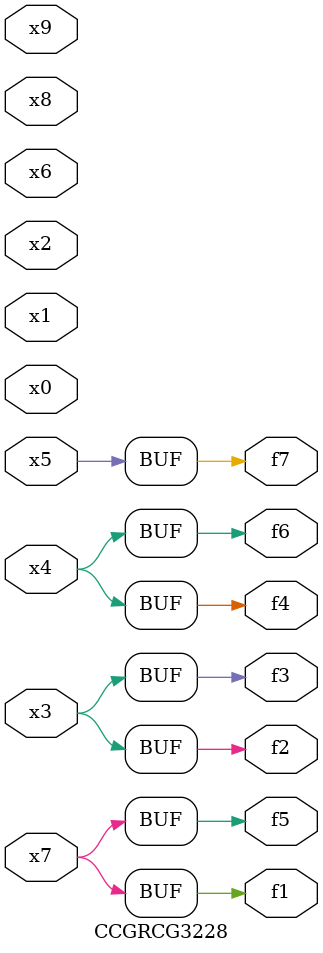
<source format=v>
module CCGRCG3228(
	input x0, x1, x2, x3, x4, x5, x6, x7, x8, x9,
	output f1, f2, f3, f4, f5, f6, f7
);
	assign f1 = x7;
	assign f2 = x3;
	assign f3 = x3;
	assign f4 = x4;
	assign f5 = x7;
	assign f6 = x4;
	assign f7 = x5;
endmodule

</source>
